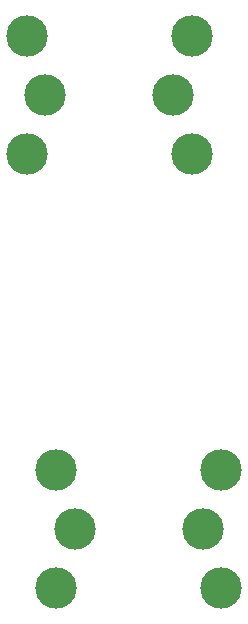
<source format=gts>
G04 #@! TF.FileFunction,Soldermask,Top*
%FSLAX46Y46*%
G04 Gerber Fmt 4.6, Leading zero omitted, Abs format (unit mm)*
G04 Created by KiCad (PCBNEW 4.0.1-stable) date Tuesday, April 26, 2016 'AMt' 05:14:25 AM*
%MOMM*%
G01*
G04 APERTURE LIST*
%ADD10C,0.100000*%
%ADD11C,3.500000*%
G04 APERTURE END LIST*
D10*
D11*
X137400000Y-115000000D03*
X139000000Y-120000000D03*
X139000000Y-110000000D03*
X126600000Y-115000000D03*
X125000000Y-110000000D03*
X125000000Y-120000000D03*
X134900000Y-78200000D03*
X136500000Y-83200000D03*
X136500000Y-73200000D03*
X124100000Y-78200000D03*
X122500000Y-73200000D03*
X122500000Y-83200000D03*
M02*

</source>
